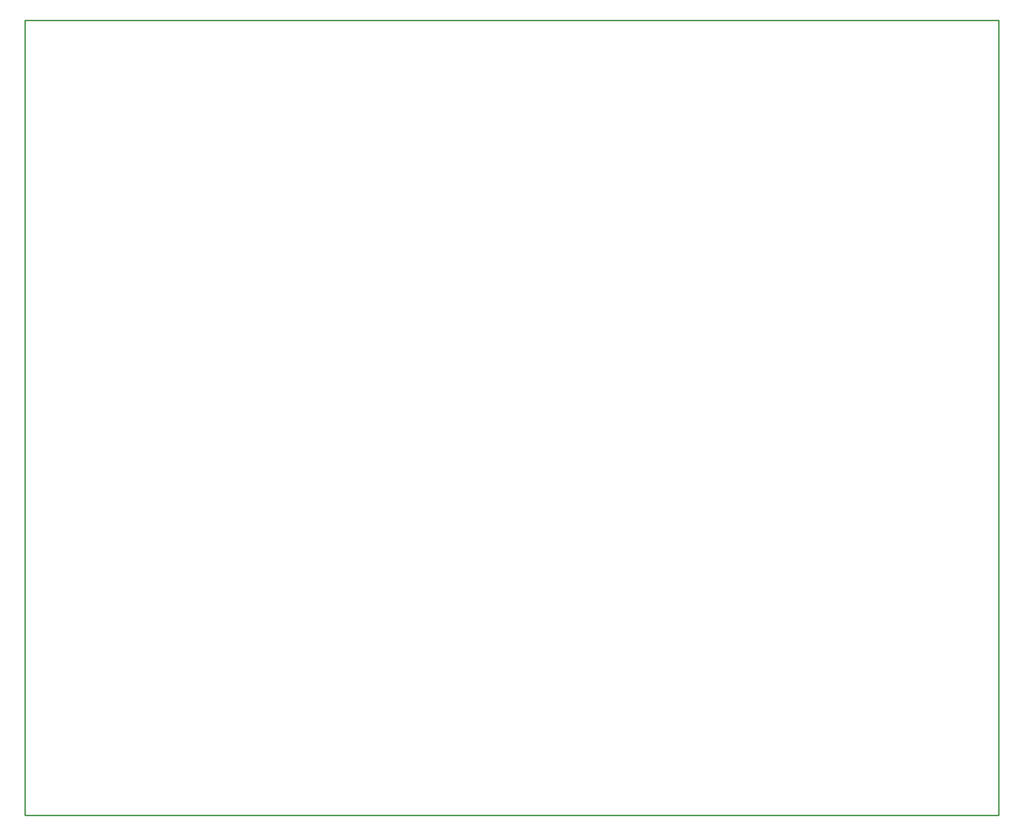
<source format=gbr>
G04 EAGLE Gerber RS-274X export*
G75*
%MOMM*%
%FSLAX34Y34*%
%LPD*%
%IN*%
%IPPOS*%
%AMOC8*
5,1,8,0,0,1.08239X$1,22.5*%
G01*
G04 Define Apertures*
%ADD10C,0.254000*%
D10*
X-228600Y-76200D02*
X1558800Y-76200D01*
X1558800Y1384200D01*
X-228600Y1384200D01*
X-228600Y-76200D01*
M02*

</source>
